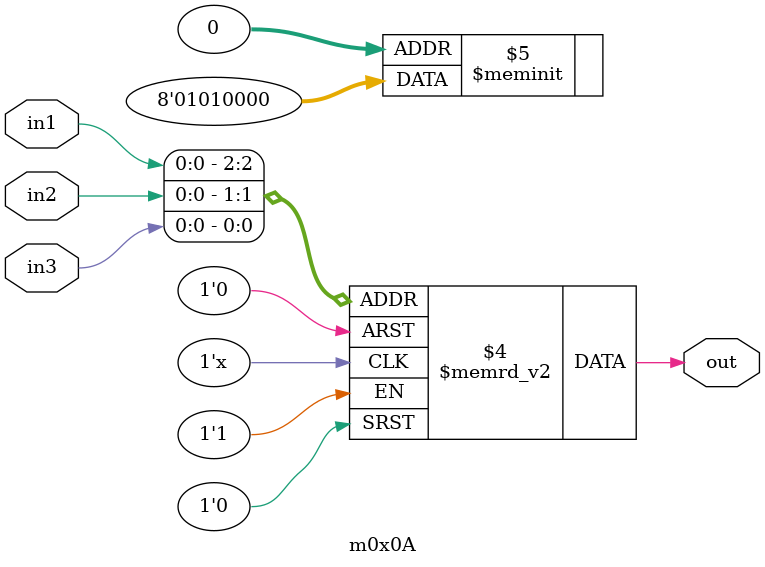
<source format=v>
module m0x0A(output out, input in1, in2, in3);

   always @(in1, in2, in3)
     begin
        case({in1, in2, in3})
          3'b000: {out} = 1'b0;
          3'b001: {out} = 1'b0;
          3'b010: {out} = 1'b0;
          3'b011: {out} = 1'b0;
          3'b100: {out} = 1'b1;
          3'b101: {out} = 1'b0;
          3'b110: {out} = 1'b1;
          3'b111: {out} = 1'b0;
        endcase // case ({in1, in2, in3})
     end // always @ (in1, in2, in3)

endmodule // m0x0A
</source>
